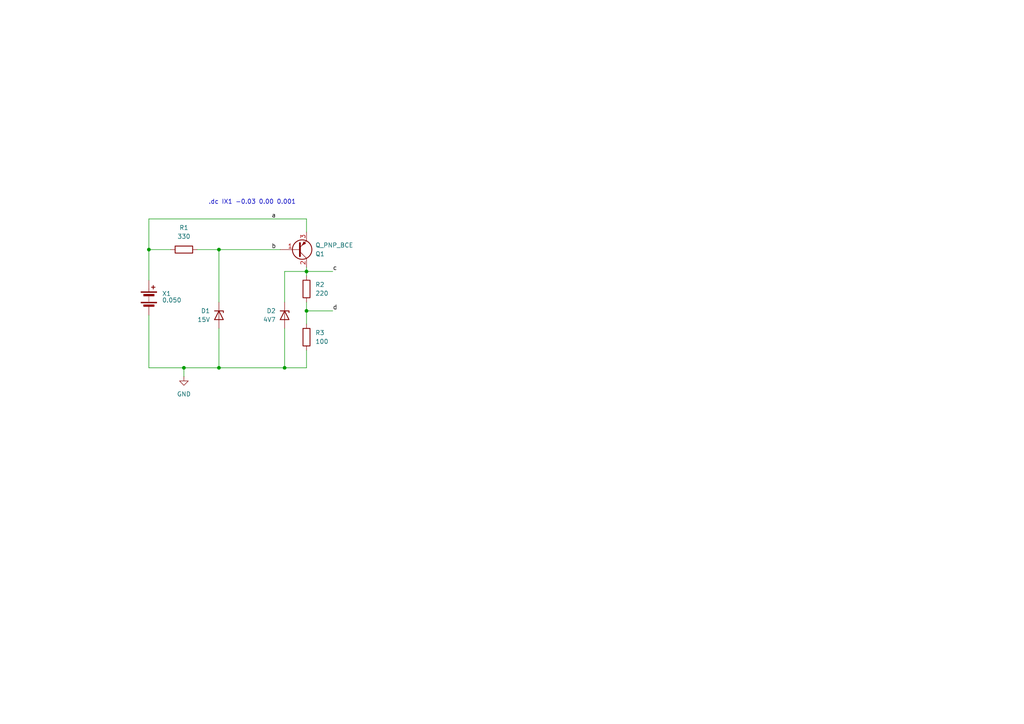
<source format=kicad_sch>
(kicad_sch (version 20231120) (generator "eeschema") (generator_version "8.0")
  (paper "A4")
  (lib_symbols
    (symbol "Device:Battery" (pin_numbers hide) (pin_names (offset 0) hide)
      (property "Reference" "BT" (at 2.54 2.54 0))
      (property "Value" "Battery" (at 2.54 0 0))
      (symbol "Battery_0_1"
        (rectangle (start -2.286 -1.27) (end 2.286 -1.524) (fill (type outline)))
        (rectangle (start -2.286 1.778) (end 2.286 1.524) (fill (type outline)))
        (rectangle (start -1.524 -2.032) (end 1.524 -2.54) (fill (type outline)))
        (rectangle (start -1.524 1.016) (end 1.524 0.508) (fill (type outline)))
        (polyline (pts (xy 0 -1.016) (xy 0 -0.762)))
        (polyline (pts (xy 0 -0.508) (xy 0 -0.254)))
        (polyline (pts (xy 0 0) (xy 0 0.254)))
        (polyline (pts (xy 0 1.778) (xy 0 2.54)))
        (polyline (pts (xy 0.762 3.048) (xy 1.778 3.048)) (stroke (width 0.254)))
        (polyline (pts (xy 1.27 3.556) (xy 1.27 2.54)) (stroke (width 0.254)))
      )
      (symbol "Battery_1_1"
        (pin passive line (at 0 5.08 270) (length 2.54) (name "+") (number "1"))
        (pin passive line (at 0 -5.08 90) (length 2.54) (name "-") (number "2"))
      )
    )
    (symbol "Device:D_Zener" (pin_numbers hide) (pin_names (offset 1.016) hide)
      (property "Reference" "D" (at 0 2.54 0))
      (property "Value" "D_Zener" (at 0 -2.54 0))
      (symbol "D_Zener_0_1"
        (polyline (pts (xy 1.27 0) (xy -1.27 0)))
        (polyline (pts (xy -1.27 -1.27) (xy -1.27 1.27) (xy -0.762 1.27)) (stroke (width 0.254)))
        (polyline (pts (xy 1.27 -1.27) (xy 1.27 1.27) (xy -1.27 0) (xy 1.27 -1.27)) (stroke (width 0.254)))
      )
      (symbol "D_Zener_1_1"
        (pin passive line (at -3.81 0 0) (length 2.54) (name "K") (number "1"))
        (pin passive line (at 3.81 0 180) (length 2.54) (name "A") (number "2"))
      )
    )
    (symbol "Device:Q_PNP_BCE" (pin_names (offset 0) hide)
      (property "Reference" "Q" (at 5.08 1.27 0))
      (property "Value" "Q_PNP_BCE" (at 5.08 -1.27 0))
      (symbol "Q_PNP_BCE_0_1"
        (polyline (pts (xy 0.635 0.635) (xy 2.54 2.54)))
        (polyline (pts (xy 0.635 -0.635) (xy 2.54 -2.54) (xy 2.54 -2.54)))
        (polyline (pts (xy 0.635 1.905) (xy 0.635 -1.905) (xy 0.635 -1.905)) (stroke (width 0.508)))
        (polyline (pts (xy 2.286 -1.778) (xy 1.778 -2.286) (xy 1.27 -1.27) (xy 2.286 -1.778) (xy 2.286 -1.778)) (fill (type outline)))
        (circle (center 1.27 0) (radius 2.8194) (stroke (width 0.254)))
      )
      (symbol "Q_PNP_BCE_1_1"
        (pin input line (at -5.08 0 0) (length 5.715) (name "B") (number "1"))
        (pin passive line (at 2.54 5.08 270) (length 2.54) (name "C") (number "2"))
        (pin passive line (at 2.54 -5.08 90) (length 2.54) (name "E") (number "3"))
      )
    )
    (symbol "Device:R" (pin_numbers hide) (pin_names (offset 0))
      (property "Reference" "R" (at 2.032 0 90))
      (property "Value" "R" (at 0 0 90))
      (symbol "R_0_1"
        (rectangle (start -1.016 -2.54) (end 1.016 2.54) (stroke (width 0.254)))
      )
      (symbol "R_1_1"
        (pin passive line (at 0 3.81 270) (length 1.27) (name "~") (number "1"))
        (pin passive line (at 0 -3.81 90) (length 1.27) (name "~") (number "2"))
      )
    )
    (symbol "power:GND" (power) (pin_numbers hide) (pin_names (offset 0) hide)
      (property "Value" "GND" (at 0 -3.81 0))
      (symbol "GND_0_1"
        (polyline (pts (xy 0 0) (xy 0 -1.27) (xy 1.27 -1.27) (xy 0 -2.54) (xy -1.27 -1.27) (xy 0 -1.27)))
      )
      (symbol "GND_1_1"
        (pin power_in line (at 0 0 270) (length 0) (name "~") (number "1"))
      )
    )
  )
  (junction (at 88.9 78.74))
  (junction (at 53.34 106.68))
  (junction (at 63.5 106.68))
  (junction (at 88.9 90.17))
  (junction (at 63.5 72.39))
  (junction (at 43.18 72.39))
  (junction (at 82.55 106.68))
  (wire (pts (xy 96.52 78.74) (xy 88.9 78.74)))
  (wire (pts (xy 63.5 72.39) (xy 81.28 72.39)))
  (wire (pts (xy 57.15 72.39) (xy 63.5 72.39)))
  (wire (pts (xy 43.18 72.39) (xy 43.18 81.28)))
  (wire (pts (xy 88.9 90.17) (xy 88.9 93.98)))
  (wire (pts (xy 82.55 78.74) (xy 82.55 87.63)))
  (wire (pts (xy 63.5 95.25) (xy 63.5 106.68)))
  (wire (pts (xy 82.55 78.74) (xy 88.9 78.74)))
  (wire (pts (xy 63.5 106.68) (xy 82.55 106.68)))
  (wire (pts (xy 53.34 106.68) (xy 63.5 106.68)))
  (wire (pts (xy 53.34 109.22) (xy 53.34 106.68)))
  (wire (pts (xy 88.9 63.5) (xy 88.9 67.31)))
  (wire (pts (xy 43.18 72.39) (xy 49.53 72.39)))
  (wire (pts (xy 88.9 78.74) (xy 88.9 80.01)))
  (wire (pts (xy 96.52 90.17) (xy 88.9 90.17)))
  (wire (pts (xy 43.18 106.68) (xy 53.34 106.68)))
  (wire (pts (xy 43.18 63.5) (xy 88.9 63.5)))
  (wire (pts (xy 88.9 101.6) (xy 88.9 106.68)))
  (wire (pts (xy 88.9 77.47) (xy 88.9 78.74)))
  (wire (pts (xy 63.5 87.63) (xy 63.5 72.39)))
  (wire (pts (xy 88.9 87.63) (xy 88.9 90.17)))
  (wire (pts (xy 43.18 106.68) (xy 43.18 91.44)))
  (wire (pts (xy 82.55 95.25) (xy 82.55 106.68)))
  (wire (pts (xy 43.18 63.5) (xy 43.18 72.39)))
  (wire (pts (xy 82.55 106.68) (xy 88.9 106.68)))
  (text ".dc IX1 -0.03 0.00 0.001" (at 73.152 58.674 0) (effects (font (size 1.27 1.27))))
  (label "b" (at 78.74 72.39 0))
  (label "a" (at 78.74 63.5 0))
  (label "c" (at 96.52 78.74 0))
  (label "d" (at 96.52 90.17 0))
  (symbol (lib_id "power:GND") (at 53.34 109.22 0) (unit 1)
    (property "Reference" "#PWR01" (effects (hide yes)))
    (property "Value" "GND" (at 53.34 114.3 0))
    (property "Description" "Power symbol creates a global label with name \"GND\" , ground" (effects (hide yes)))
  )
  (symbol (lib_id "Device:R") (at 88.9 97.79 0) (unit 1)
    (property "Reference" "R3" (at 91.44 96.5199 0) (effects (justify left)))
    (property "Value" "100" (at 91.44 99.0599 0) (effects (justify left)))
    (property "Description" "Resistor" (effects (hide yes)))
    (property "Sim.Device" "R" (effects (hide yes)))
    (property "Sim.Pins" "1=+ 2=-" (effects (hide yes)))
  )
  (symbol (lib_id "Device:R") (at 88.9 83.82 180) (unit 1)
    (property "Reference" "R2" (at 91.44 82.5499 0) (effects (justify right)))
    (property "Value" "220" (at 91.44 85.0899 0) (effects (justify right)))
    (property "Description" "Resistor" (effects (hide yes)))
  )
  (symbol (lib_id "Device:D_Zener") (at 82.55 91.44 270) (unit 1)
    (property "Reference" "D2" (at 80.01 90.1699 90) (effects (justify right)))
    (property "Value" "4V7" (at 80.01 92.7099 90) (effects (justify right)))
    (property "Description" "Zener diode" (effects (hide yes)))
    (property "Sim.Device" "D" (effects (hide yes)))
    (property "Sim.Pins" "1=K 2=A" (effects (hide yes)))
    (property "Sim.Params" "bv=4.7" (effects (hide yes)))
  )
  (symbol (lib_id "Device:Battery") (at 43.18 86.36 0) (unit 1)
    (property "Reference" "X1" (at 46.99 85.1534 0) (effects (justify left)))
    (property "Value" "0.050" (at 46.99 87.0585 0) (effects (justify left)))
    (property "Description" "Multiple-cell battery" (effects (hide yes)))
    (property "Sim.Device" "I" (effects (hide yes)))
    (property "Sim.Type" "DC" (effects (hide yes)))
    (property "Sim.Pins" "1=+ 2=-" (effects (hide yes)))
  )
  (symbol (lib_id "Device:D_Zener") (at 63.5 91.44 270) (unit 1)
    (property "Reference" "D1" (at 60.96 90.1699 90) (effects (justify right)))
    (property "Value" "15V" (at 60.96 92.7099 90) (effects (justify right)))
    (property "Description" "Zener diode" (effects (hide yes)))
    (property "Sim.Device" "D" (effects (hide yes)))
    (property "Sim.Pins" "1=K 2=A" (effects (hide yes)))
    (property "Sim.Params" "bv=15" (effects (hide yes)))
  )
  (symbol (lib_id "Device:R") (at 53.34 72.39 90) (unit 1)
    (property "Reference" "R1" (at 53.34 66.04 90))
    (property "Value" "330" (at 53.34 68.58 90))
    (property "Description" "Resistor" (effects (hide yes)))
  )
  (symbol (lib_id "Device:Q_PNP_BCE") (at 86.36 72.39 0) (mirror x) (unit 1)
    (property "Reference" "Q1" (at 91.44 73.6601 0) (effects (justify left)))
    (property "Value" "Q_PNP_BCE" (at 91.44 71.1201 0) (effects (justify left)))
    (property "Description" "PNP transistor, base/collector/emitter" (effects (hide yes)))
    (property "Sim.Device" "PNP" (effects (hide yes)))
    (property "Sim.Type" "GUMMELPOON" (effects (hide yes)))
    (property "Sim.Pins" "1=B 2=C 3=E" (effects (hide yes)))
    (property "Sim.Params" "is=1e-14 bf=200 vaf=100" (effects (hide yes)))
  )
)
</source>
